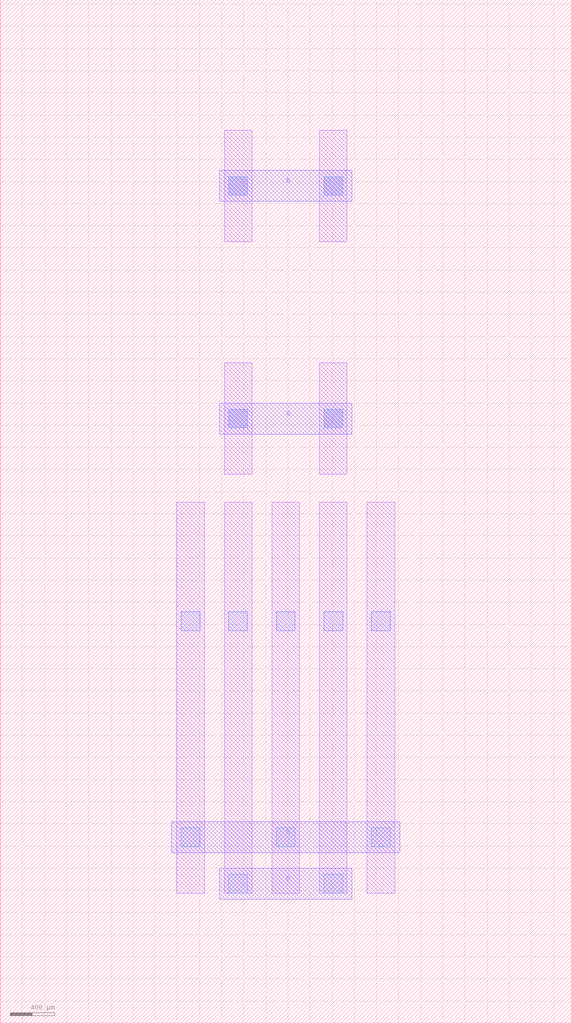
<source format=lef>
MACRO PMOS_4T_43971774_X2_Y1
  UNITS 
    DATABASE MICRONS UNITS 1000;
  END UNITS 
  ORIGIN 0 0 ;
  FOREIGN PMOS_4T_43971774_X2_Y1 0 0 ;
  SIZE 5160 BY 9240 ;
  PIN B
    DIRECTION INOUT ;
    USE SIGNAL ;
    PORT
      LAYER M2 ;
        RECT 1980 7420 3180 7700 ;
    END
  END B
  PIN D
    DIRECTION INOUT ;
    USE SIGNAL ;
    PORT
      LAYER M2 ;
        RECT 1980 1120 3180 1400 ;
    END
  END D
  PIN G
    DIRECTION INOUT ;
    USE SIGNAL ;
    PORT
      LAYER M2 ;
        RECT 1980 5320 3180 5600 ;
    END
  END G
  PIN S
    DIRECTION INOUT ;
    USE SIGNAL ;
    PORT
      LAYER M2 ;
        RECT 1550 1540 3610 1820 ;
    END
  END S
  OBS
    LAYER M1 ;
      RECT 2025 1175 2275 4705 ;
    LAYER M1 ;
      RECT 2025 4955 2275 5965 ;
    LAYER M1 ;
      RECT 2025 7055 2275 8065 ;
    LAYER M1 ;
      RECT 1595 1175 1845 4705 ;
    LAYER M1 ;
      RECT 2455 1175 2705 4705 ;
    LAYER M1 ;
      RECT 2885 1175 3135 4705 ;
    LAYER M1 ;
      RECT 2885 4955 3135 5965 ;
    LAYER M1 ;
      RECT 2885 7055 3135 8065 ;
    LAYER M1 ;
      RECT 3315 1175 3565 4705 ;
    LAYER V1 ;
      RECT 2065 1175 2235 1345 ;
    LAYER V1 ;
      RECT 2065 5375 2235 5545 ;
    LAYER V1 ;
      RECT 2065 7475 2235 7645 ;
    LAYER V1 ;
      RECT 2925 1175 3095 1345 ;
    LAYER V1 ;
      RECT 2925 5375 3095 5545 ;
    LAYER V1 ;
      RECT 2925 7475 3095 7645 ;
    LAYER V1 ;
      RECT 1635 1595 1805 1765 ;
    LAYER V1 ;
      RECT 2495 1595 2665 1765 ;
    LAYER V1 ;
      RECT 3355 1595 3525 1765 ;
    LAYER V0 ;
      RECT 2065 3545 2235 3715 ;
    LAYER V0 ;
      RECT 2065 5375 2235 5545 ;
    LAYER V0 ;
      RECT 2065 7475 2235 7645 ;
    LAYER V0 ;
      RECT 1635 3545 1805 3715 ;
    LAYER V0 ;
      RECT 2495 3545 2665 3715 ;
    LAYER V0 ;
      RECT 2495 3545 2665 3715 ;
    LAYER V0 ;
      RECT 2925 3545 3095 3715 ;
    LAYER V0 ;
      RECT 2925 5375 3095 5545 ;
    LAYER V0 ;
      RECT 2925 7475 3095 7645 ;
    LAYER V0 ;
      RECT 3355 3545 3525 3715 ;
  END
END PMOS_4T_43971774_X2_Y1

</source>
